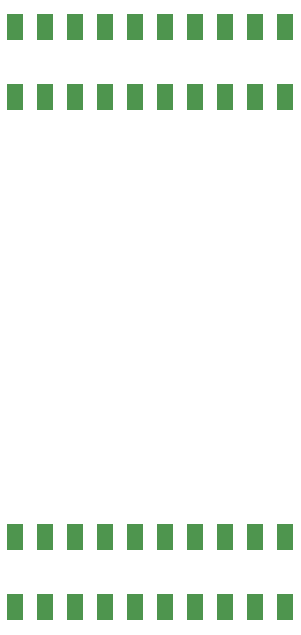
<source format=gbr>
G04 #@! TF.GenerationSoftware,KiCad,Pcbnew,(5.0.0)*
G04 #@! TF.CreationDate,2019-03-03T18:18:34-06:00*
G04 #@! TF.ProjectId,ValkyrieBoard_HalfBooster,56616C6B79726965426F6172645F4861,rev?*
G04 #@! TF.SameCoordinates,Original*
G04 #@! TF.FileFunction,Soldermask,Bot*
G04 #@! TF.FilePolarity,Negative*
%FSLAX46Y46*%
G04 Gerber Fmt 4.6, Leading zero omitted, Abs format (unit mm)*
G04 Created by KiCad (PCBNEW (5.0.0)) date 03/03/19 18:18:34*
%MOMM*%
%LPD*%
G01*
G04 APERTURE LIST*
%ADD10R,1.390600X2.178000*%
G04 APERTURE END LIST*
D10*
G04 #@! TO.C,U1*
X120650000Y-85953600D03*
X123190000Y-85953600D03*
X125730000Y-85953600D03*
X128270000Y-85953600D03*
X130810000Y-85953600D03*
X133350000Y-85953600D03*
X135890000Y-85953600D03*
X138430000Y-85953600D03*
X140970000Y-85953600D03*
X143510000Y-85953600D03*
X120650000Y-91846400D03*
X123190000Y-91846400D03*
X125730000Y-91846400D03*
X128270000Y-91846400D03*
X130810000Y-91846400D03*
X133350000Y-91846400D03*
X135890000Y-91846400D03*
X138430000Y-91846400D03*
X140970000Y-91846400D03*
X143510000Y-91846400D03*
X120650000Y-48666400D03*
X123190000Y-48666400D03*
X125730000Y-48666400D03*
X128270000Y-48666400D03*
X130810000Y-48666400D03*
X133350000Y-48666400D03*
X135890000Y-48666400D03*
X138430000Y-48666400D03*
X140970000Y-48666400D03*
X143510000Y-48666400D03*
X120650000Y-42773600D03*
X123190000Y-42773600D03*
X125730000Y-42773600D03*
X128270000Y-42773600D03*
X130810000Y-42773600D03*
X133350000Y-42773600D03*
X135890000Y-42773600D03*
X138430000Y-42773600D03*
X140970000Y-42773600D03*
X143510000Y-42773600D03*
G04 #@! TD*
M02*

</source>
